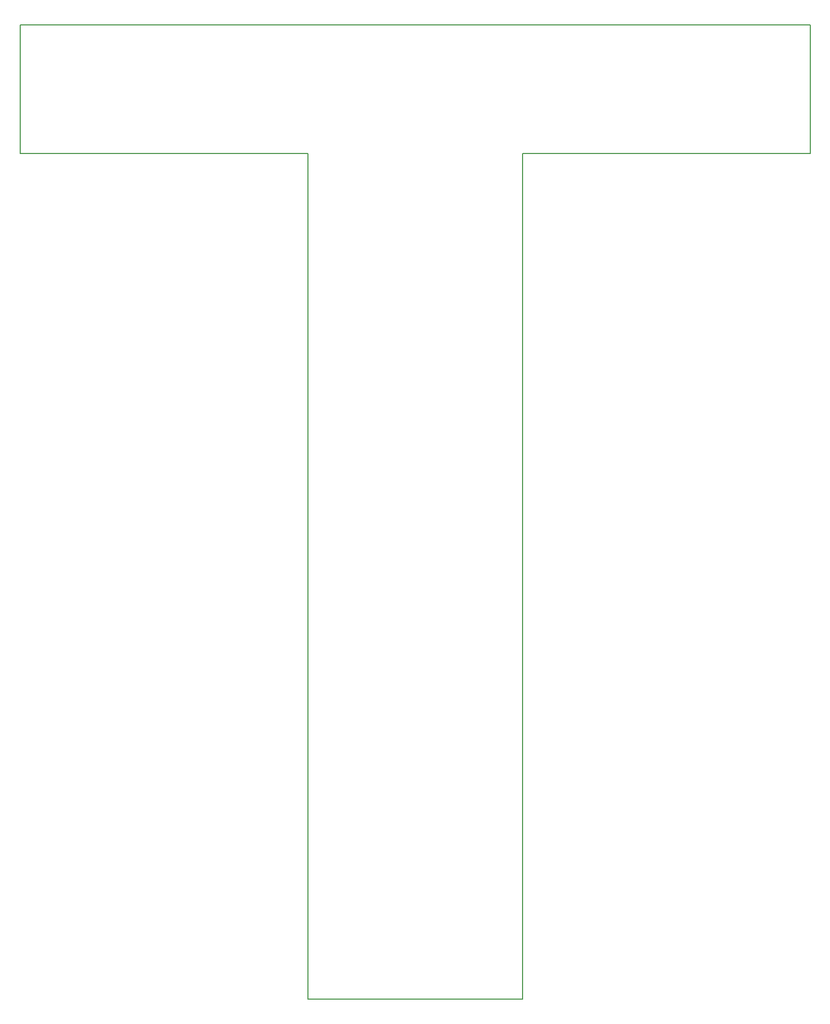
<source format=gbr>
%TF.GenerationSoftware,KiCad,Pcbnew,(6.0.2)*%
%TF.CreationDate,2023-10-08T18:38:51+02:00*%
%TF.ProjectId,kierownica,6b696572-6f77-46e6-9963-612e6b696361,rev?*%
%TF.SameCoordinates,Original*%
%TF.FileFunction,Profile,NP*%
%FSLAX46Y46*%
G04 Gerber Fmt 4.6, Leading zero omitted, Abs format (unit mm)*
G04 Created by KiCad (PCBNEW (6.0.2)) date 2023-10-08 18:38:51*
%MOMM*%
%LPD*%
G01*
G04 APERTURE LIST*
%TA.AperFunction,Profile*%
%ADD10C,0.150000*%
%TD*%
G04 APERTURE END LIST*
D10*
X219000000Y-81000000D02*
X172000000Y-81000000D01*
X172000000Y-81000000D02*
X172000000Y-219080000D01*
X172000000Y-219080000D02*
X137000000Y-219080000D01*
X137000000Y-219080000D02*
X137000000Y-81000000D01*
X137000000Y-81000000D02*
X90000000Y-81000000D01*
X90000000Y-81000000D02*
X90000000Y-60000000D01*
X90000000Y-60000000D02*
X219000000Y-60000000D01*
X219000000Y-60000000D02*
X219000000Y-81000000D01*
M02*

</source>
